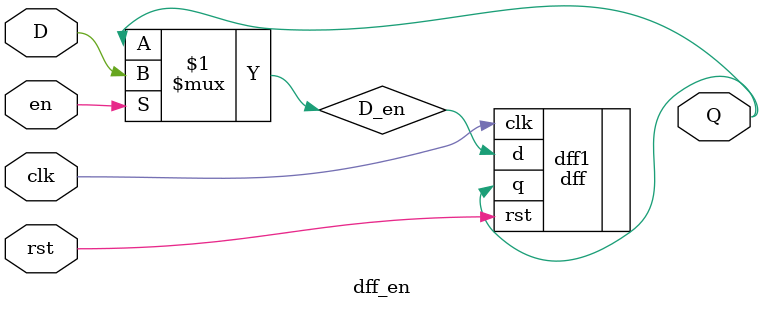
<source format=v>
`default_nettype none
module dff_en (
    output wire Q,
    input wire D,
    input wire en,
    input wire clk, rst
);
    wire D_en;
    assign D_en = en ? D : Q;
    dff dff1(
        .q(Q),
        .d(D_en),
        .clk(clk),
        .rst(rst)
    );
endmodule
`default_nettype wire
</source>
